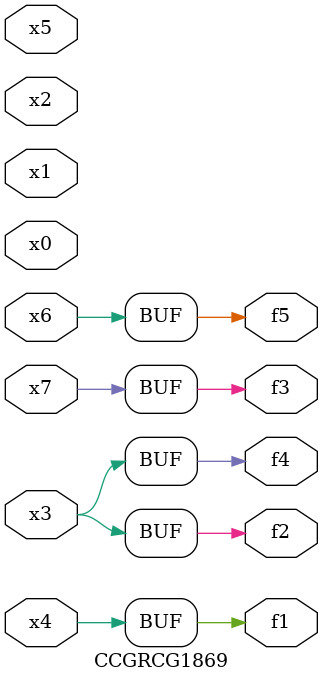
<source format=v>
module CCGRCG1869(
	input x0, x1, x2, x3, x4, x5, x6, x7,
	output f1, f2, f3, f4, f5
);
	assign f1 = x4;
	assign f2 = x3;
	assign f3 = x7;
	assign f4 = x3;
	assign f5 = x6;
endmodule

</source>
